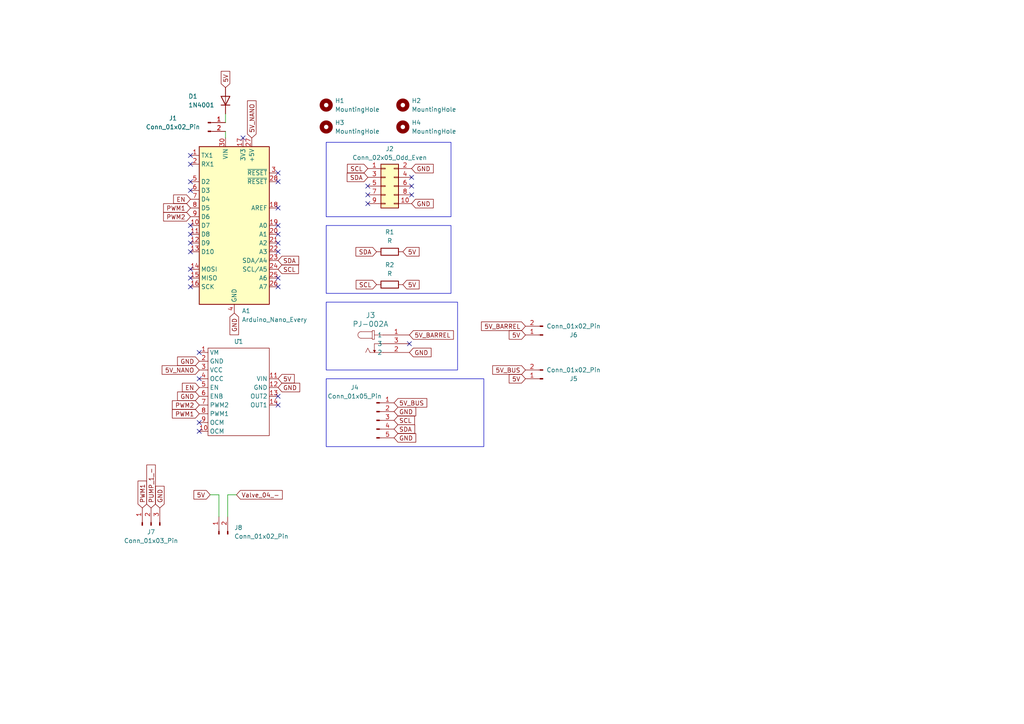
<source format=kicad_sch>
(kicad_sch (version 20230121) (generator eeschema)
  (paper "A4")
  (lib_symbols
    (symbol "Connector:Conn_01x02_Pin" (pin_names (offset 1.016) hide)
      (property "Reference" "J" (at 0 2.54 0))
      (property "Value" "Conn_01x02_Pin" (at 0 -5.08 0))
      (symbol "Conn_01x02_Pin_1_1"
        (polyline (pts (xy 1.27 -2.54) (xy 0.8636 -2.54)) (stroke (width 0.1524)))
        (polyline (pts (xy 1.27 0) (xy 0.8636 0)) (stroke (width 0.1524)))
        (rectangle (start 0.8636 -2.413) (end 0 -2.667) (stroke (width 0.1524)) (fill (type outline)))
        (rectangle (start 0.8636 0.127) (end 0 -0.127) (stroke (width 0.1524)) (fill (type outline)))
        (pin passive line (at 5.08 0 180) (length 3.81) (name "Pin_1") (number "1"))
        (pin passive line (at 5.08 -2.54 180) (length 3.81) (name "Pin_2") (number "2"))
      )
    )
    (symbol "Connector:Conn_01x03_Pin" (pin_names (offset 1.016) hide)
      (property "Reference" "J" (at 0 5.08 0))
      (property "Value" "Conn_01x03_Pin" (at 0 -5.08 0))
      (symbol "Conn_01x03_Pin_1_1"
        (polyline (pts (xy 1.27 -2.54) (xy 0.8636 -2.54)) (stroke (width 0.1524)))
        (polyline (pts (xy 1.27 0) (xy 0.8636 0)) (stroke (width 0.1524)))
        (polyline (pts (xy 1.27 2.54) (xy 0.8636 2.54)) (stroke (width 0.1524)))
        (rectangle (start 0.8636 -2.413) (end 0 -2.667) (stroke (width 0.1524)) (fill (type outline)))
        (rectangle (start 0.8636 0.127) (end 0 -0.127) (stroke (width 0.1524)) (fill (type outline)))
        (rectangle (start 0.8636 2.667) (end 0 2.413) (stroke (width 0.1524)) (fill (type outline)))
        (pin passive line (at 5.08 2.54 180) (length 3.81) (name "Pin_1") (number "1"))
        (pin passive line (at 5.08 0 180) (length 3.81) (name "Pin_2") (number "2"))
        (pin passive line (at 5.08 -2.54 180) (length 3.81) (name "Pin_3") (number "3"))
      )
    )
    (symbol "Connector:Conn_01x05_Pin" (pin_names (offset 1.016) hide)
      (property "Reference" "J" (at 0 7.62 0))
      (property "Value" "Conn_01x05_Pin" (at 0 -7.62 0))
      (symbol "Conn_01x05_Pin_1_1"
        (polyline (pts (xy 1.27 -5.08) (xy 0.8636 -5.08)) (stroke (width 0.1524)))
        (polyline (pts (xy 1.27 -2.54) (xy 0.8636 -2.54)) (stroke (width 0.1524)))
        (polyline (pts (xy 1.27 0) (xy 0.8636 0)) (stroke (width 0.1524)))
        (polyline (pts (xy 1.27 2.54) (xy 0.8636 2.54)) (stroke (width 0.1524)))
        (polyline (pts (xy 1.27 5.08) (xy 0.8636 5.08)) (stroke (width 0.1524)))
        (rectangle (start 0.8636 -4.953) (end 0 -5.207) (stroke (width 0.1524)) (fill (type outline)))
        (rectangle (start 0.8636 -2.413) (end 0 -2.667) (stroke (width 0.1524)) (fill (type outline)))
        (rectangle (start 0.8636 0.127) (end 0 -0.127) (stroke (width 0.1524)) (fill (type outline)))
        (rectangle (start 0.8636 2.667) (end 0 2.413) (stroke (width 0.1524)) (fill (type outline)))
        (rectangle (start 0.8636 5.207) (end 0 4.953) (stroke (width 0.1524)) (fill (type outline)))
        (pin passive line (at 5.08 5.08 180) (length 3.81) (name "Pin_1") (number "1"))
        (pin passive line (at 5.08 2.54 180) (length 3.81) (name "Pin_2") (number "2"))
        (pin passive line (at 5.08 0 180) (length 3.81) (name "Pin_3") (number "3"))
        (pin passive line (at 5.08 -2.54 180) (length 3.81) (name "Pin_4") (number "4"))
        (pin passive line (at 5.08 -5.08 180) (length 3.81) (name "Pin_5") (number "5"))
      )
    )
    (symbol "Connector_Generic:Conn_02x05_Odd_Even" (pin_names (offset 1.016) hide)
      (property "Reference" "J" (at 1.27 7.62 0))
      (property "Value" "Conn_02x05_Odd_Even" (at 1.27 -7.62 0))
      (symbol "Conn_02x05_Odd_Even_1_1"
        (rectangle (start -1.27 -4.953) (end 0 -5.207) (stroke (width 0.1524)))
        (rectangle (start -1.27 -2.413) (end 0 -2.667) (stroke (width 0.1524)))
        (rectangle (start -1.27 0.127) (end 0 -0.127) (stroke (width 0.1524)))
        (rectangle (start -1.27 2.667) (end 0 2.413) (stroke (width 0.1524)))
        (rectangle (start -1.27 5.207) (end 0 4.953) (stroke (width 0.1524)))
        (rectangle (start -1.27 6.35) (end 3.81 -6.35) (stroke (width 0.254)) (fill (type background)))
        (rectangle (start 3.81 -4.953) (end 2.54 -5.207) (stroke (width 0.1524)))
        (rectangle (start 3.81 -2.413) (end 2.54 -2.667) (stroke (width 0.1524)))
        (rectangle (start 3.81 0.127) (end 2.54 -0.127) (stroke (width 0.1524)))
        (rectangle (start 3.81 2.667) (end 2.54 2.413) (stroke (width 0.1524)))
        (rectangle (start 3.81 5.207) (end 2.54 4.953) (stroke (width 0.1524)))
        (pin passive line (at -5.08 5.08 0) (length 3.81) (name "Pin_1") (number "1"))
        (pin passive line (at 7.62 -5.08 180) (length 3.81) (name "Pin_10") (number "10"))
        (pin passive line (at 7.62 5.08 180) (length 3.81) (name "Pin_2") (number "2"))
        (pin passive line (at -5.08 2.54 0) (length 3.81) (name "Pin_3") (number "3"))
        (pin passive line (at 7.62 2.54 180) (length 3.81) (name "Pin_4") (number "4"))
        (pin passive line (at -5.08 0 0) (length 3.81) (name "Pin_5") (number "5"))
        (pin passive line (at 7.62 0 180) (length 3.81) (name "Pin_6") (number "6"))
        (pin passive line (at -5.08 -2.54 0) (length 3.81) (name "Pin_7") (number "7"))
        (pin passive line (at 7.62 -2.54 180) (length 3.81) (name "Pin_8") (number "8"))
        (pin passive line (at -5.08 -5.08 0) (length 3.81) (name "Pin_9") (number "9"))
      )
    )
    (symbol "Device:R" (pin_numbers hide) (pin_names (offset 0))
      (property "Reference" "R" (at 2.032 0 90))
      (property "Value" "R" (at 0 0 90))
      (symbol "R_0_1"
        (rectangle (start -1.016 -2.54) (end 1.016 2.54) (stroke (width 0.254)))
      )
      (symbol "R_1_1"
        (pin passive line (at 0 3.81 270) (length 1.27) (name "~") (number "1"))
        (pin passive line (at 0 -3.81 90) (length 1.27) (name "~") (number "2"))
      )
    )
    (symbol "Diode:1N4001" (pin_numbers hide) (pin_names hide)
      (property "Reference" "D" (at 0 2.54 0))
      (property "Value" "1N4001" (at 0 -2.54 0))
      (symbol "1N4001_0_1"
        (polyline (pts (xy -1.27 1.27) (xy -1.27 -1.27)) (stroke (width 0.254)))
        (polyline (pts (xy 1.27 0) (xy -1.27 0)))
        (polyline (pts (xy 1.27 1.27) (xy 1.27 -1.27) (xy -1.27 0) (xy 1.27 1.27)) (stroke (width 0.254)))
      )
      (symbol "1N4001_1_1"
        (pin passive line (at -3.81 0 0) (length 2.54) (name "K") (number "1"))
        (pin passive line (at 3.81 0 180) (length 2.54) (name "A") (number "2"))
      )
    )
    (symbol "MCU_Module:Arduino_Nano_Every"
      (property "Reference" "A" (at -10.16 23.495 0))
      (property "Value" "Arduino_Nano_Every" (at 5.08 -24.13 0))
      (symbol "Arduino_Nano_Every_0_1"
        (rectangle (start -10.16 22.86) (end 10.16 -22.86) (stroke (width 0.254)) (fill (type background)))
      )
      (symbol "Arduino_Nano_Every_1_1"
        (pin bidirectional line (at -12.7 20.32 0) (length 2.54) (name "TX1") (number "1"))
        (pin bidirectional line (at -12.7 0 0) (length 2.54) (name "D7") (number "10"))
        (pin bidirectional line (at -12.7 -2.54 0) (length 2.54) (name "D8") (number "11"))
        (pin bidirectional line (at -12.7 -5.08 0) (length 2.54) (name "D9") (number "12"))
        (pin bidirectional line (at -12.7 -7.62 0) (length 2.54) (name "D10") (number "13"))
        (pin bidirectional line (at -12.7 -12.7 0) (length 2.54) (name "MOSI") (number "14"))
        (pin bidirectional line (at -12.7 -15.24 0) (length 2.54) (name "MISO") (number "15"))
        (pin bidirectional line (at -12.7 -17.78 0) (length 2.54) (name "SCK") (number "16"))
        (pin power_out line (at 2.54 25.4 270) (length 2.54) (name "3V3") (number "17"))
        (pin input line (at 12.7 5.08 180) (length 2.54) (name "AREF") (number "18"))
        (pin bidirectional line (at 12.7 0 180) (length 2.54) (name "A0") (number "19"))
        (pin bidirectional line (at -12.7 17.78 0) (length 2.54) (name "RX1") (number "2"))
        (pin bidirectional line (at 12.7 -2.54 180) (length 2.54) (name "A1") (number "20"))
        (pin bidirectional line (at 12.7 -5.08 180) (length 2.54) (name "A2") (number "21"))
        (pin bidirectional line (at 12.7 -7.62 180) (length 2.54) (name "A3") (number "22"))
        (pin bidirectional line (at 12.7 -10.16 180) (length 2.54) (name "SDA/A4") (number "23"))
        (pin bidirectional line (at 12.7 -12.7 180) (length 2.54) (name "SCL/A5") (number "24"))
        (pin bidirectional line (at 12.7 -15.24 180) (length 2.54) (name "A6") (number "25"))
        (pin bidirectional line (at 12.7 -17.78 180) (length 2.54) (name "A7") (number "26"))
        (pin power_out line (at 5.08 25.4 270) (length 2.54) (name "+5V") (number "27"))
        (pin input line (at 12.7 12.7 180) (length 2.54) (name "~{RESET}") (number "28"))
        (pin passive line (at 0 -25.4 90) (length 2.54) hide (name "GND") (number "29"))
        (pin input line (at 12.7 15.24 180) (length 2.54) (name "~{RESET}") (number "3"))
        (pin power_in line (at -2.54 25.4 270) (length 2.54) (name "VIN") (number "30"))
        (pin power_in line (at 0 -25.4 90) (length 2.54) (name "GND") (number "4"))
        (pin bidirectional line (at -12.7 12.7 0) (length 2.54) (name "D2") (number "5"))
        (pin bidirectional line (at -12.7 10.16 0) (length 2.54) (name "D3") (number "6"))
        (pin bidirectional line (at -12.7 7.62 0) (length 2.54) (name "D4") (number "7"))
        (pin bidirectional line (at -12.7 5.08 0) (length 2.54) (name "D5") (number "8"))
        (pin bidirectional line (at -12.7 2.54 0) (length 2.54) (name "D6") (number "9"))
      )
    )
    (symbol "Mechanical:MountingHole" (pin_names (offset 1.016))
      (property "Reference" "H" (at 0 5.08 0))
      (property "Value" "MountingHole" (at 0 3.175 0))
      (symbol "MountingHole_0_1"
        (circle (center 0 0) (radius 1.27) (stroke (width 1.27)))
      )
    )
    (symbol "Pneumatactors:PJ-002A" (pin_names (offset 0.254))
      (property "Reference" "J" (at -7.62 7.62 0))
      (property "Value" "PJ-002A" (at -7.62 5.08 0))
      (symbol "PJ-002A_0_1"
        (arc (start -13.97 0.9652) (mid -14.931 0) (end -13.97 -0.9652) (stroke (width 0.127)))
        (polyline (pts (xy -12.065 -3.81) (xy -12.7 -5.08)) (stroke (width 0.127)))
        (polyline (pts (xy -11.43 -5.08) (xy -12.065 -3.81)) (stroke (width 0.127)))
        (polyline (pts (xy -10.795 -0.9525) (xy -13.97 -0.9525)) (stroke (width 0.127)))
        (polyline (pts (xy -10.795 0.9525) (xy -13.97 0.9525)) (stroke (width 0.127)))
        (polyline (pts (xy -10.795 1.27) (xy -10.795 -1.27)) (stroke (width 0.127)))
        (polyline (pts (xy -10.795 1.27) (xy -10.16 1.27)) (stroke (width 0.127)))
        (polyline (pts (xy -10.16 -4.445) (xy -10.16 -2.54)) (stroke (width 0.127)))
        (polyline (pts (xy -10.16 -1.27) (xy -10.795 -1.27)) (stroke (width 0.127)))
        (polyline (pts (xy -10.16 1.27) (xy -10.16 -1.27)) (stroke (width 0.127)))
        (polyline (pts (xy -7.62 -5.08) (xy -11.43 -5.08)) (stroke (width 0.127)))
        (polyline (pts (xy -7.62 -2.54) (xy -10.16 -2.54)) (stroke (width 0.127)))
        (polyline (pts (xy -7.62 0) (xy -10.16 0)) (stroke (width 0.127)))
        (polyline (pts (xy -10.16 -5.08) (xy -9.8425 -4.445) (xy -10.4775 -4.445)) (fill (type outline)))
        (pin unspecified line (at 0 0 180) (length 7.62) (name "1") (number "1"))
        (pin unspecified line (at 0 -5.08 180) (length 7.62) (name "2") (number "2"))
        (pin unspecified line (at 0 -2.54 180) (length 7.62) (name "3") (number "3"))
      )
    )
    (symbol "Pneumatactors:Pololu_2997_Motor_Driver"
      (property "Reference" "U" (at 0 0 0))
      (symbol "Pololu_2997_Motor_Driver_0_1"
        (rectangle (start -8.89 -2.54) (end 8.89 -27.94))
      )
      (symbol "Pololu_2997_Motor_Driver_1_1"
        (pin input line (at -11.43 -3.81 0) (length 2.54) (name "VM") (number "1"))
        (pin input line (at -11.43 -26.67 0) (length 2.54) (name "OCM") (number "10"))
        (pin input line (at 11.43 -11.43 180) (length 2.54) (name "VIN") (number "11"))
        (pin input line (at 11.43 -13.97 180) (length 2.54) (name "GND") (number "12"))
        (pin input line (at 11.43 -16.51 180) (length 2.54) (name "OUT2") (number "13"))
        (pin input line (at 11.43 -19.05 180) (length 2.54) (name "OUT1") (number "14"))
        (pin input line (at -11.43 -6.35 0) (length 2.54) (name "GND") (number "2"))
        (pin input line (at -11.43 -8.89 0) (length 2.54) (name "VCC") (number "3"))
        (pin input line (at -11.43 -11.43 0) (length 2.54) (name "OCC") (number "4"))
        (pin input line (at -11.43 -13.97 0) (length 2.54) (name "EN") (number "5"))
        (pin input line (at -11.43 -16.51 0) (length 2.54) (name "ENB") (number "6"))
        (pin input line (at -11.43 -19.05 0) (length 2.54) (name "PWM2") (number "7"))
        (pin input line (at -11.43 -21.59 0) (length 2.54) (name "PWM1") (number "8"))
        (pin input line (at -11.43 -24.13 0) (length 2.54) (name "OCM") (number "9"))
      )
    )
  )
  (no_connect (at 55.245 70.485))
  (no_connect (at 55.245 45.085))
  (no_connect (at 70.485 40.005))
  (no_connect (at 57.785 102.235))
  (no_connect (at 55.245 52.705))
  (no_connect (at 57.785 109.855))
  (no_connect (at 55.245 67.945))
  (no_connect (at 80.645 117.475))
  (no_connect (at 80.645 50.165))
  (no_connect (at 55.245 78.105))
  (no_connect (at 55.245 73.025))
  (no_connect (at 55.245 83.185))
  (no_connect (at 57.785 125.095))
  (no_connect (at 106.68 59.055))
  (no_connect (at 80.645 52.705))
  (no_connect (at 80.645 65.405))
  (no_connect (at 118.745 99.695))
  (no_connect (at 80.645 67.945))
  (no_connect (at 55.245 65.405))
  (no_connect (at 80.645 73.025))
  (no_connect (at 80.645 83.185))
  (no_connect (at 106.68 53.975))
  (no_connect (at 55.245 80.645))
  (no_connect (at 80.645 60.325))
  (no_connect (at 55.245 55.245))
  (no_connect (at 119.38 53.975))
  (no_connect (at 80.645 114.935))
  (no_connect (at 80.645 70.485))
  (no_connect (at 119.38 51.435))
  (no_connect (at 57.785 122.555))
  (no_connect (at 119.38 56.515))
  (no_connect (at 80.645 80.645))
  (no_connect (at 55.245 47.625))
  (no_connect (at 106.68 56.515))
  (wire (pts (xy 63.5 143.51) (xy 60.96 143.51)))
  (wire (pts (xy 65.405 38.1) (xy 65.405 40.005)))
  (wire (pts (xy 65.405 33.02) (xy 65.405 35.56)))
  (wire (pts (xy 66.04 143.51) (xy 68.58 143.51)))
  (wire (pts (xy 66.04 149.86) (xy 66.04 143.51)))
  (wire (pts (xy 63.5 149.86) (xy 63.5 143.51)))
  (rectangle (start 94.615 41.275) (end 130.81 62.865))
  (rectangle (start 94.615 87.63) (end 132.715 107.315))
  (rectangle (start 94.615 109.855) (end 140.335 129.54))
  (rectangle (start 94.615 65.405) (end 130.81 85.09))
  (global_label "5V_NANO" (shape input) (at 57.785 107.315 180) (property "Intersheetrefs" "${INTERSHEET_REFS}" (effects hide)))
  (global_label "GND" (shape input) (at 114.3 119.38 0) (property "Intersheetrefs" "${INTERSHEET_REFS}" (effects hide)))
  (global_label "5V_BARREL" (shape input) (at 152.4 94.615 180) (property "Intersheetrefs" "${INTERSHEET_REFS}" (effects hide)))
  (global_label "5V_NANO" (shape input) (at 73.025 40.005 90) (property "Intersheetrefs" "${INTERSHEET_REFS}" (effects hide)))
  (global_label "5V" (shape input) (at 65.405 25.4 90) (property "Intersheetrefs" "${INTERSHEET_REFS}" (effects hide)))
  (global_label "GND" (shape input) (at 114.3 127 0) (property "Intersheetrefs" "${INTERSHEET_REFS}" (effects hide)))
  (global_label "PWM1" (shape input) (at 57.785 120.015 180) (property "Intersheetrefs" "${INTERSHEET_REFS}" (effects hide)))
  (global_label "GND" (shape input) (at 57.785 114.935 180) (property "Intersheetrefs" "${INTERSHEET_REFS}" (effects hide)))
  (global_label "Valve_04_-" (shape input) (at 68.58 143.51 0) (property "Intersheetrefs" "${INTERSHEET_REFS}" (effects hide)))
  (global_label "5V_BARREL" (shape input) (at 118.745 97.155 0) (property "Intersheetrefs" "${INTERSHEET_REFS}" (effects hide)))
  (global_label "GND" (shape input) (at 80.645 112.395 0) (property "Intersheetrefs" "${INTERSHEET_REFS}" (effects hide)))
  (global_label "GND" (shape input) (at 46.355 147.32 90) (property "Intersheetrefs" "${INTERSHEET_REFS}" (effects hide)))
  (global_label "5V_BUS" (shape input) (at 114.3 116.84 0) (property "Intersheetrefs" "${INTERSHEET_REFS}" (effects hide)))
  (global_label "EN" (shape input) (at 57.785 112.395 180) (property "Intersheetrefs" "${INTERSHEET_REFS}" (effects hide)))
  (global_label "PUMP_1_-" (shape input) (at 43.815 147.32 90) (property "Intersheetrefs" "${INTERSHEET_REFS}" (effects hide)))
  (global_label "SDA" (shape input) (at 106.68 51.435 180) (property "Intersheetrefs" "${INTERSHEET_REFS}" (effects hide)))
  (global_label "SDA" (shape input) (at 80.645 75.565 0) (property "Intersheetrefs" "${INTERSHEET_REFS}" (effects hide)))
  (global_label "PWM1" (shape input) (at 55.245 60.325 180) (property "Intersheetrefs" "${INTERSHEET_REFS}" (effects hide)))
  (global_label "5V" (shape input) (at 60.96 143.51 180) (property "Intersheetrefs" "${INTERSHEET_REFS}" (effects hide)))
  (global_label "PWM2" (shape input) (at 55.245 62.865 180) (property "Intersheetrefs" "${INTERSHEET_REFS}" (effects hide)))
  (global_label "SCL" (shape input) (at 114.3 121.92 0) (property "Intersheetrefs" "${INTERSHEET_REFS}" (effects hide)))
  (global_label "GND" (shape input) (at 67.945 90.805 270) (property "Intersheetrefs" "${INTERSHEET_REFS}" (effects hide)))
  (global_label "5V" (shape input) (at 116.84 73.025 0) (property "Intersheetrefs" "${INTERSHEET_REFS}" (effects hide)))
  (global_label "EN" (shape input) (at 55.245 57.785 180) (property "Intersheetrefs" "${INTERSHEET_REFS}" (effects hide)))
  (global_label "GND" (shape input) (at 119.38 59.055 0) (property "Intersheetrefs" "${INTERSHEET_REFS}" (effects hide)))
  (global_label "SDA" (shape input) (at 109.22 73.025 180) (property "Intersheetrefs" "${INTERSHEET_REFS}" (effects hide)))
  (global_label "PWM1" (shape input) (at 41.275 147.32 90) (property "Intersheetrefs" "${INTERSHEET_REFS}" (effects hide)))
  (global_label "5V" (shape input) (at 116.84 82.55 0) (property "Intersheetrefs" "${INTERSHEET_REFS}" (effects hide)))
  (global_label "SCL" (shape input) (at 80.645 78.105 0) (property "Intersheetrefs" "${INTERSHEET_REFS}" (effects hide)))
  (global_label "5V_BUS" (shape input) (at 152.4 107.315 180) (property "Intersheetrefs" "${INTERSHEET_REFS}" (effects hide)))
  (global_label "SCL" (shape input) (at 109.22 82.55 180) (property "Intersheetrefs" "${INTERSHEET_REFS}" (effects hide)))
  (global_label "5V" (shape input) (at 152.4 97.155 180) (property "Intersheetrefs" "${INTERSHEET_REFS}" (effects hide)))
  (global_label "GND" (shape input) (at 119.38 48.895 0) (property "Intersheetrefs" "${INTERSHEET_REFS}" (effects hide)))
  (global_label "GND" (shape input) (at 118.745 102.235 0) (property "Intersheetrefs" "${INTERSHEET_REFS}" (effects hide)))
  (global_label "PWM2" (shape input) (at 57.785 117.475 180) (property "Intersheetrefs" "${INTERSHEET_REFS}" (effects hide)))
  (global_label "GND" (shape input) (at 57.785 104.775 180) (property "Intersheetrefs" "${INTERSHEET_REFS}" (effects hide)))
  (global_label "5V" (shape input) (at 152.4 109.855 180) (property "Intersheetrefs" "${INTERSHEET_REFS}" (effects hide)))
  (global_label "5V" (shape input) (at 80.645 109.855 0) (property "Intersheetrefs" "${INTERSHEET_REFS}" (effects hide)))
  (global_label "SDA" (shape input) (at 114.3 124.46 0) (property "Intersheetrefs" "${INTERSHEET_REFS}" (effects hide)))
  (global_label "SCL" (shape input) (at 106.68 48.895 180) (property "Intersheetrefs" "${INTERSHEET_REFS}" (effects hide)))
  (symbol (lib_id "Mechanical:MountingHole") (at 116.84 36.83 0) (unit 1)
    (property "Reference" "H4" (at 119.38 35.56 0) (effects (justify left)))
    (property "Value" "MountingHole" (at 119.38 38.1 0) (effects (justify left)))
    (property "Footprint" "MountingHole:MountingHole_3.2mm_M3_ISO14580_Pad" (effects hide))
  )
  (symbol (lib_id "Device:R") (at 113.03 82.55 90) (unit 1)
    (property "Reference" "R2" (at 113.03 76.835 90))
    (property "Value" "R" (at 113.03 79.375 90))
    (property "Footprint" "Resistor_THT:R_Axial_DIN0207_L6.3mm_D2.5mm_P10.16mm_Horizontal" (effects hide))
  )
  (symbol (lib_id "Mechanical:MountingHole") (at 116.84 30.48 0) (unit 1)
    (property "Reference" "H2" (at 119.38 29.21 0) (effects (justify left)))
    (property "Value" "MountingHole" (at 119.38 31.75 0) (effects (justify left)))
    (property "Footprint" "MountingHole:MountingHole_3.2mm_M3_ISO14580_Pad" (effects hide))
  )
  (symbol (lib_id "Connector_Generic:Conn_02x05_Odd_Even") (at 111.76 53.975 0) (unit 1)
    (property "Reference" "J2" (at 113.03 43.18 0))
    (property "Value" "Conn_02x05_Odd_Even" (at 113.03 45.72 0))
    (property "Footprint" "Connector_PinHeader_2.54mm:PinHeader_2x05_P2.54mm_Vertical" (effects hide))
  )
  (symbol (lib_id "Connector:Conn_01x02_Pin") (at 63.5 154.94 90) (unit 1)
    (property "Reference" "J8" (at 67.945 153.035 90) (effects (justify right)))
    (property "Value" "Conn_01x02_Pin" (at 67.945 155.575 90) (effects (justify right)))
    (property "Footprint" "Connector_PinHeader_2.54mm:PinHeader_1x02_P2.54mm_Vertical" (effects hide))
  )
  (symbol (lib_id "Device:R") (at 113.03 73.025 90) (unit 1)
    (property "Reference" "R1" (at 113.03 67.31 90))
    (property "Value" "R" (at 113.03 69.85 90))
    (property "Footprint" "Resistor_THT:R_Axial_DIN0207_L6.3mm_D2.5mm_P10.16mm_Horizontal" (effects hide))
  )
  (symbol (lib_id "Connector:Conn_01x02_Pin") (at 157.48 109.855 180) (unit 1)
    (property "Reference" "J5" (at 166.37 109.855 0))
    (property "Value" "Conn_01x02_Pin" (at 166.37 107.315 0))
    (property "Footprint" "Connector_PinHeader_2.54mm:PinHeader_1x02_P2.54mm_Vertical" (effects hide))
  )
  (symbol (lib_id "Pneumatactors:PJ-002A") (at 118.745 97.155 0) (unit 1)
    (property "Reference" "J3" (at 107.4695 91.44 0) (effects (font (size 1.524 1.524))))
    (property "Value" "PJ-002A" (at 107.4695 93.98 0) (effects (font (size 1.524 1.524))))
    (property "Footprint" "Pneumatactors:PJ-002A_CUD" (effects hide))
    (property "Datasheet" "PJ-002A" (effects hide))
  )
  (symbol (lib_id "Connector:Conn_01x03_Pin") (at 43.815 152.4 90) (unit 1)
    (property "Reference" "J7" (at 43.815 154.305 90))
    (property "Value" "Conn_01x03_Pin" (at 43.815 156.845 90))
    (property "Footprint" "Connector_PinHeader_2.54mm:PinHeader_1x03_P2.54mm_Vertical" (effects hide))
  )
  (symbol (lib_id "Mechanical:MountingHole") (at 94.615 36.83 0) (unit 1)
    (property "Reference" "H3" (at 97.155 35.56 0) (effects (justify left)))
    (property "Value" "MountingHole" (at 97.155 38.1 0) (effects (justify left)))
    (property "Footprint" "MountingHole:MountingHole_3.2mm_M3_ISO14580_Pad" (effects hide))
  )
  (symbol (lib_id "Connector:Conn_01x02_Pin") (at 60.325 35.56 0) (unit 1)
    (property "Reference" "J1" (at 50.165 34.29 0))
    (property "Value" "Conn_01x02_Pin" (at 50.165 36.83 0))
    (property "Footprint" "Connector_PinHeader_2.54mm:PinHeader_1x02_P2.54mm_Vertical" (effects hide))
  )
  (symbol (lib_id "MCU_Module:Arduino_Nano_Every") (at 67.945 65.405 0) (unit 1)
    (property "Reference" "A1" (at 70.1391 90.17 0) (effects (justify left)))
    (property "Value" "Arduino_Nano_Every" (at 70.1391 92.71 0) (effects (justify left)))
    (property "Footprint" "Module:Arduino_Nano" (effects hide))
    (property "Datasheet" "https://content.arduino.cc/assets/NANOEveryV3.0_sch.pdf" (effects hide))
  )
  (symbol (lib_id "Connector:Conn_01x05_Pin") (at 109.22 121.92 0) (unit 1)
    (property "Reference" "J4" (at 102.87 112.395 0))
    (property "Value" "Conn_01x05_Pin" (at 102.87 114.935 0))
    (property "Footprint" "Connector_PinHeader_2.54mm:PinHeader_1x05_P2.54mm_Vertical" (effects hide))
  )
  (symbol (lib_id "Connector:Conn_01x02_Pin") (at 157.48 97.155 180) (unit 1)
    (property "Reference" "J6" (at 166.37 97.155 0))
    (property "Value" "Conn_01x02_Pin" (at 166.37 94.615 0))
    (property "Footprint" "Connector_PinHeader_2.54mm:PinHeader_1x02_P2.54mm_Vertical" (effects hide))
  )
  (symbol (lib_id "Mechanical:MountingHole") (at 94.615 30.48 0) (unit 1)
    (property "Reference" "H1" (at 97.155 29.21 0) (effects (justify left)))
    (property "Value" "MountingHole" (at 97.155 31.75 0) (effects (justify left)))
    (property "Footprint" "MountingHole:MountingHole_3.2mm_M3_ISO14580_Pad" (effects hide))
  )
  (symbol (lib_id "Pneumatactors:Pololu_2997_Motor_Driver") (at 69.215 98.425 0) (unit 1)
    (property "Reference" "U1" (at 69.215 99.06 0))
    (property "Value" "~" (at 69.215 98.425 0))
    (property "Footprint" "Pneumatactors:Pololu 2997 Motor Driver" (effects hide))
  )
  (symbol (lib_id "Diode:1N4001") (at 65.405 29.21 90) (unit 1)
    (property "Reference" "D1" (at 54.61 27.94 90) (effects (justify right)))
    (property "Value" "1N4001" (at 54.61 30.48 90) (effects (justify right)))
    (property "Footprint" "Diode_THT:D_DO-41_SOD81_P10.16mm_Horizontal" (effects hide))
    (property "Datasheet" "http://www.vishay.com/docs/88503/1n4001.pdf" (effects hide))
    (property "Sim.Device" "D" (effects hide))
    (property "Sim.Pins" "1=K 2=A" (effects hide))
  )
)
</source>
